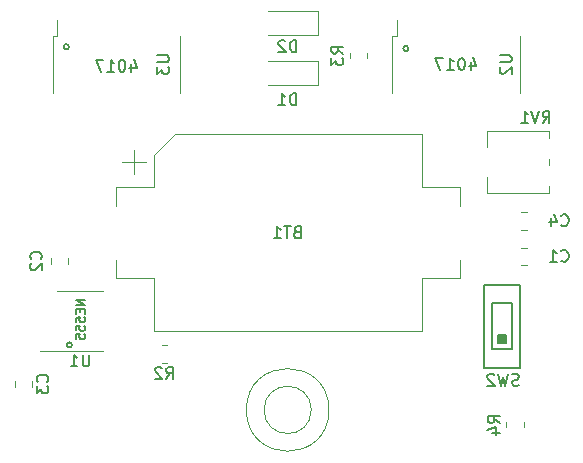
<source format=gbr>
%TF.GenerationSoftware,KiCad,Pcbnew,(6.0.10)*%
%TF.CreationDate,2023-01-16T11:38:01+01:00*%
%TF.ProjectId,Heart_NE555,48656172-745f-44e4-9535-35352e6b6963,rev?*%
%TF.SameCoordinates,Original*%
%TF.FileFunction,Legend,Bot*%
%TF.FilePolarity,Positive*%
%FSLAX46Y46*%
G04 Gerber Fmt 4.6, Leading zero omitted, Abs format (unit mm)*
G04 Created by KiCad (PCBNEW (6.0.10)) date 2023-01-16 11:38:01*
%MOMM*%
%LPD*%
G01*
G04 APERTURE LIST*
%ADD10C,0.200000*%
%ADD11C,0.150000*%
%ADD12C,0.120000*%
G04 APERTURE END LIST*
D10*
X106473607Y-70250000D02*
G75*
G03*
X106473607Y-70250000I-223607J0D01*
G01*
X135223607Y-70400000D02*
G75*
G03*
X135223607Y-70400000I-223607J0D01*
G01*
X106723000Y-95500000D02*
G75*
G03*
X106723000Y-95500000I-223000J0D01*
G01*
D11*
%TO.C,C3*%
X104653142Y-98639333D02*
X104700761Y-98591714D01*
X104748380Y-98448857D01*
X104748380Y-98353619D01*
X104700761Y-98210761D01*
X104605523Y-98115523D01*
X104510285Y-98067904D01*
X104319809Y-98020285D01*
X104176952Y-98020285D01*
X103986476Y-98067904D01*
X103891238Y-98115523D01*
X103796000Y-98210761D01*
X103748380Y-98353619D01*
X103748380Y-98448857D01*
X103796000Y-98591714D01*
X103843619Y-98639333D01*
X103748380Y-98972666D02*
X103748380Y-99591714D01*
X104129333Y-99258380D01*
X104129333Y-99401238D01*
X104176952Y-99496476D01*
X104224571Y-99544095D01*
X104319809Y-99591714D01*
X104557904Y-99591714D01*
X104653142Y-99544095D01*
X104700761Y-99496476D01*
X104748380Y-99401238D01*
X104748380Y-99115523D01*
X104700761Y-99020285D01*
X104653142Y-98972666D01*
%TO.C,D1*%
X125738095Y-75202380D02*
X125738095Y-74202380D01*
X125500000Y-74202380D01*
X125357142Y-74250000D01*
X125261904Y-74345238D01*
X125214285Y-74440476D01*
X125166666Y-74630952D01*
X125166666Y-74773809D01*
X125214285Y-74964285D01*
X125261904Y-75059523D01*
X125357142Y-75154761D01*
X125500000Y-75202380D01*
X125738095Y-75202380D01*
X124214285Y-75202380D02*
X124785714Y-75202380D01*
X124500000Y-75202380D02*
X124500000Y-74202380D01*
X124595238Y-74345238D01*
X124690476Y-74440476D01*
X124785714Y-74488095D01*
%TO.C,D2*%
X125738095Y-70702380D02*
X125738095Y-69702380D01*
X125500000Y-69702380D01*
X125357142Y-69750000D01*
X125261904Y-69845238D01*
X125214285Y-69940476D01*
X125166666Y-70130952D01*
X125166666Y-70273809D01*
X125214285Y-70464285D01*
X125261904Y-70559523D01*
X125357142Y-70654761D01*
X125500000Y-70702380D01*
X125738095Y-70702380D01*
X124785714Y-69797619D02*
X124738095Y-69750000D01*
X124642857Y-69702380D01*
X124404761Y-69702380D01*
X124309523Y-69750000D01*
X124261904Y-69797619D01*
X124214285Y-69892857D01*
X124214285Y-69988095D01*
X124261904Y-70130952D01*
X124833333Y-70702380D01*
X124214285Y-70702380D01*
%TO.C,R3*%
X129702380Y-70833333D02*
X129226190Y-70500000D01*
X129702380Y-70261904D02*
X128702380Y-70261904D01*
X128702380Y-70642857D01*
X128750000Y-70738095D01*
X128797619Y-70785714D01*
X128892857Y-70833333D01*
X129035714Y-70833333D01*
X129130952Y-70785714D01*
X129178571Y-70738095D01*
X129226190Y-70642857D01*
X129226190Y-70261904D01*
X128702380Y-71166666D02*
X128702380Y-71785714D01*
X129083333Y-71452380D01*
X129083333Y-71595238D01*
X129130952Y-71690476D01*
X129178571Y-71738095D01*
X129273809Y-71785714D01*
X129511904Y-71785714D01*
X129607142Y-71738095D01*
X129654761Y-71690476D01*
X129702380Y-71595238D01*
X129702380Y-71309523D01*
X129654761Y-71214285D01*
X129607142Y-71166666D01*
%TO.C,R4*%
X142952380Y-102083333D02*
X142476190Y-101750000D01*
X142952380Y-101511904D02*
X141952380Y-101511904D01*
X141952380Y-101892857D01*
X142000000Y-101988095D01*
X142047619Y-102035714D01*
X142142857Y-102083333D01*
X142285714Y-102083333D01*
X142380952Y-102035714D01*
X142428571Y-101988095D01*
X142476190Y-101892857D01*
X142476190Y-101511904D01*
X142285714Y-102940476D02*
X142952380Y-102940476D01*
X141904761Y-102702380D02*
X142619047Y-102464285D01*
X142619047Y-103083333D01*
%TO.C,U1*%
X108203904Y-96324380D02*
X108203904Y-97133904D01*
X108156285Y-97229142D01*
X108108666Y-97276761D01*
X108013428Y-97324380D01*
X107822952Y-97324380D01*
X107727714Y-97276761D01*
X107680095Y-97229142D01*
X107632476Y-97133904D01*
X107632476Y-96324380D01*
X106632476Y-97324380D02*
X107203904Y-97324380D01*
X106918190Y-97324380D02*
X106918190Y-96324380D01*
X107013428Y-96467238D01*
X107108666Y-96562476D01*
X107203904Y-96610095D01*
X107839285Y-91712000D02*
X107089285Y-91712000D01*
X107839285Y-92140571D01*
X107089285Y-92140571D01*
X107446428Y-92497714D02*
X107446428Y-92747714D01*
X107839285Y-92854857D02*
X107839285Y-92497714D01*
X107089285Y-92497714D01*
X107089285Y-92854857D01*
X107089285Y-93533428D02*
X107089285Y-93176285D01*
X107446428Y-93140571D01*
X107410714Y-93176285D01*
X107375000Y-93247714D01*
X107375000Y-93426285D01*
X107410714Y-93497714D01*
X107446428Y-93533428D01*
X107517857Y-93569142D01*
X107696428Y-93569142D01*
X107767857Y-93533428D01*
X107803571Y-93497714D01*
X107839285Y-93426285D01*
X107839285Y-93247714D01*
X107803571Y-93176285D01*
X107767857Y-93140571D01*
X107089285Y-94247714D02*
X107089285Y-93890571D01*
X107446428Y-93854857D01*
X107410714Y-93890571D01*
X107375000Y-93962000D01*
X107375000Y-94140571D01*
X107410714Y-94212000D01*
X107446428Y-94247714D01*
X107517857Y-94283428D01*
X107696428Y-94283428D01*
X107767857Y-94247714D01*
X107803571Y-94212000D01*
X107839285Y-94140571D01*
X107839285Y-93962000D01*
X107803571Y-93890571D01*
X107767857Y-93854857D01*
X107089285Y-94962000D02*
X107089285Y-94604857D01*
X107446428Y-94569142D01*
X107410714Y-94604857D01*
X107375000Y-94676285D01*
X107375000Y-94854857D01*
X107410714Y-94926285D01*
X107446428Y-94962000D01*
X107517857Y-94997714D01*
X107696428Y-94997714D01*
X107767857Y-94962000D01*
X107803571Y-94926285D01*
X107839285Y-94854857D01*
X107839285Y-94676285D01*
X107803571Y-94604857D01*
X107767857Y-94569142D01*
%TO.C,BT1*%
X125785714Y-85928571D02*
X125642857Y-85976190D01*
X125595238Y-86023809D01*
X125547619Y-86119047D01*
X125547619Y-86261904D01*
X125595238Y-86357142D01*
X125642857Y-86404761D01*
X125738095Y-86452380D01*
X126119047Y-86452380D01*
X126119047Y-85452380D01*
X125785714Y-85452380D01*
X125690476Y-85500000D01*
X125642857Y-85547619D01*
X125595238Y-85642857D01*
X125595238Y-85738095D01*
X125642857Y-85833333D01*
X125690476Y-85880952D01*
X125785714Y-85928571D01*
X126119047Y-85928571D01*
X125261904Y-85452380D02*
X124690476Y-85452380D01*
X124976190Y-86452380D02*
X124976190Y-85452380D01*
X123833333Y-86452380D02*
X124404761Y-86452380D01*
X124119047Y-86452380D02*
X124119047Y-85452380D01*
X124214285Y-85595238D01*
X124309523Y-85690476D01*
X124404761Y-85738095D01*
%TO.C,U2*%
X142952380Y-70988095D02*
X143761904Y-70988095D01*
X143857142Y-71035714D01*
X143904761Y-71083333D01*
X143952380Y-71178571D01*
X143952380Y-71369047D01*
X143904761Y-71464285D01*
X143857142Y-71511904D01*
X143761904Y-71559523D01*
X142952380Y-71559523D01*
X143047619Y-71988095D02*
X143000000Y-72035714D01*
X142952380Y-72130952D01*
X142952380Y-72369047D01*
X143000000Y-72464285D01*
X143047619Y-72511904D01*
X143142857Y-72559523D01*
X143238095Y-72559523D01*
X143380952Y-72511904D01*
X143952380Y-71940476D01*
X143952380Y-72559523D01*
X140488095Y-71535714D02*
X140488095Y-72202380D01*
X140726190Y-71154761D02*
X140964285Y-71869047D01*
X140345238Y-71869047D01*
X139773809Y-71202380D02*
X139678571Y-71202380D01*
X139583333Y-71250000D01*
X139535714Y-71297619D01*
X139488095Y-71392857D01*
X139440476Y-71583333D01*
X139440476Y-71821428D01*
X139488095Y-72011904D01*
X139535714Y-72107142D01*
X139583333Y-72154761D01*
X139678571Y-72202380D01*
X139773809Y-72202380D01*
X139869047Y-72154761D01*
X139916666Y-72107142D01*
X139964285Y-72011904D01*
X140011904Y-71821428D01*
X140011904Y-71583333D01*
X139964285Y-71392857D01*
X139916666Y-71297619D01*
X139869047Y-71250000D01*
X139773809Y-71202380D01*
X138488095Y-72202380D02*
X139059523Y-72202380D01*
X138773809Y-72202380D02*
X138773809Y-71202380D01*
X138869047Y-71345238D01*
X138964285Y-71440476D01*
X139059523Y-71488095D01*
X138154761Y-71202380D02*
X137488095Y-71202380D01*
X137916666Y-72202380D01*
%TO.C,U3*%
X113952380Y-70988095D02*
X114761904Y-70988095D01*
X114857142Y-71035714D01*
X114904761Y-71083333D01*
X114952380Y-71178571D01*
X114952380Y-71369047D01*
X114904761Y-71464285D01*
X114857142Y-71511904D01*
X114761904Y-71559523D01*
X113952380Y-71559523D01*
X113952380Y-71940476D02*
X113952380Y-72559523D01*
X114333333Y-72226190D01*
X114333333Y-72369047D01*
X114380952Y-72464285D01*
X114428571Y-72511904D01*
X114523809Y-72559523D01*
X114761904Y-72559523D01*
X114857142Y-72511904D01*
X114904761Y-72464285D01*
X114952380Y-72369047D01*
X114952380Y-72083333D01*
X114904761Y-71988095D01*
X114857142Y-71940476D01*
X111738095Y-71685714D02*
X111738095Y-72352380D01*
X111976190Y-71304761D02*
X112214285Y-72019047D01*
X111595238Y-72019047D01*
X111023809Y-71352380D02*
X110928571Y-71352380D01*
X110833333Y-71400000D01*
X110785714Y-71447619D01*
X110738095Y-71542857D01*
X110690476Y-71733333D01*
X110690476Y-71971428D01*
X110738095Y-72161904D01*
X110785714Y-72257142D01*
X110833333Y-72304761D01*
X110928571Y-72352380D01*
X111023809Y-72352380D01*
X111119047Y-72304761D01*
X111166666Y-72257142D01*
X111214285Y-72161904D01*
X111261904Y-71971428D01*
X111261904Y-71733333D01*
X111214285Y-71542857D01*
X111166666Y-71447619D01*
X111119047Y-71400000D01*
X111023809Y-71352380D01*
X109738095Y-72352380D02*
X110309523Y-72352380D01*
X110023809Y-72352380D02*
X110023809Y-71352380D01*
X110119047Y-71495238D01*
X110214285Y-71590476D01*
X110309523Y-71638095D01*
X109404761Y-71352380D02*
X108738095Y-71352380D01*
X109166666Y-72352380D01*
%TO.C,R2*%
X114720666Y-98368380D02*
X115054000Y-97892190D01*
X115292095Y-98368380D02*
X115292095Y-97368380D01*
X114911142Y-97368380D01*
X114815904Y-97416000D01*
X114768285Y-97463619D01*
X114720666Y-97558857D01*
X114720666Y-97701714D01*
X114768285Y-97796952D01*
X114815904Y-97844571D01*
X114911142Y-97892190D01*
X115292095Y-97892190D01*
X114339714Y-97463619D02*
X114292095Y-97416000D01*
X114196857Y-97368380D01*
X113958761Y-97368380D01*
X113863523Y-97416000D01*
X113815904Y-97463619D01*
X113768285Y-97558857D01*
X113768285Y-97654095D01*
X113815904Y-97796952D01*
X114387333Y-98368380D01*
X113768285Y-98368380D01*
%TO.C,C2*%
X104107142Y-88220833D02*
X104154761Y-88173214D01*
X104202380Y-88030357D01*
X104202380Y-87935119D01*
X104154761Y-87792261D01*
X104059523Y-87697023D01*
X103964285Y-87649404D01*
X103773809Y-87601785D01*
X103630952Y-87601785D01*
X103440476Y-87649404D01*
X103345238Y-87697023D01*
X103250000Y-87792261D01*
X103202380Y-87935119D01*
X103202380Y-88030357D01*
X103250000Y-88173214D01*
X103297619Y-88220833D01*
X103297619Y-88601785D02*
X103250000Y-88649404D01*
X103202380Y-88744642D01*
X103202380Y-88982738D01*
X103250000Y-89077976D01*
X103297619Y-89125595D01*
X103392857Y-89173214D01*
X103488095Y-89173214D01*
X103630952Y-89125595D01*
X104202380Y-88554166D01*
X104202380Y-89173214D01*
%TO.C,RV1*%
X146595238Y-76702380D02*
X146928571Y-76226190D01*
X147166666Y-76702380D02*
X147166666Y-75702380D01*
X146785714Y-75702380D01*
X146690476Y-75750000D01*
X146642857Y-75797619D01*
X146595238Y-75892857D01*
X146595238Y-76035714D01*
X146642857Y-76130952D01*
X146690476Y-76178571D01*
X146785714Y-76226190D01*
X147166666Y-76226190D01*
X146309523Y-75702380D02*
X145976190Y-76702380D01*
X145642857Y-75702380D01*
X144785714Y-76702380D02*
X145357142Y-76702380D01*
X145071428Y-76702380D02*
X145071428Y-75702380D01*
X145166666Y-75845238D01*
X145261904Y-75940476D01*
X145357142Y-75988095D01*
%TO.C,SW2*%
X144583333Y-98904761D02*
X144440476Y-98952380D01*
X144202380Y-98952380D01*
X144107142Y-98904761D01*
X144059523Y-98857142D01*
X144011904Y-98761904D01*
X144011904Y-98666666D01*
X144059523Y-98571428D01*
X144107142Y-98523809D01*
X144202380Y-98476190D01*
X144392857Y-98428571D01*
X144488095Y-98380952D01*
X144535714Y-98333333D01*
X144583333Y-98238095D01*
X144583333Y-98142857D01*
X144535714Y-98047619D01*
X144488095Y-98000000D01*
X144392857Y-97952380D01*
X144154761Y-97952380D01*
X144011904Y-98000000D01*
X143678571Y-97952380D02*
X143440476Y-98952380D01*
X143250000Y-98238095D01*
X143059523Y-98952380D01*
X142821428Y-97952380D01*
X142488095Y-98047619D02*
X142440476Y-98000000D01*
X142345238Y-97952380D01*
X142107142Y-97952380D01*
X142011904Y-98000000D01*
X141964285Y-98047619D01*
X141916666Y-98142857D01*
X141916666Y-98238095D01*
X141964285Y-98380952D01*
X142535714Y-98952380D01*
X141916666Y-98952380D01*
%TO.C,C1*%
X148166666Y-88357142D02*
X148214285Y-88404761D01*
X148357142Y-88452380D01*
X148452380Y-88452380D01*
X148595238Y-88404761D01*
X148690476Y-88309523D01*
X148738095Y-88214285D01*
X148785714Y-88023809D01*
X148785714Y-87880952D01*
X148738095Y-87690476D01*
X148690476Y-87595238D01*
X148595238Y-87500000D01*
X148452380Y-87452380D01*
X148357142Y-87452380D01*
X148214285Y-87500000D01*
X148166666Y-87547619D01*
X147214285Y-88452380D02*
X147785714Y-88452380D01*
X147500000Y-88452380D02*
X147500000Y-87452380D01*
X147595238Y-87595238D01*
X147690476Y-87690476D01*
X147785714Y-87738095D01*
%TO.C,C4*%
X148166666Y-85357142D02*
X148214285Y-85404761D01*
X148357142Y-85452380D01*
X148452380Y-85452380D01*
X148595238Y-85404761D01*
X148690476Y-85309523D01*
X148738095Y-85214285D01*
X148785714Y-85023809D01*
X148785714Y-84880952D01*
X148738095Y-84690476D01*
X148690476Y-84595238D01*
X148595238Y-84500000D01*
X148452380Y-84452380D01*
X148357142Y-84452380D01*
X148214285Y-84500000D01*
X148166666Y-84547619D01*
X147309523Y-84785714D02*
X147309523Y-85452380D01*
X147547619Y-84404761D02*
X147785714Y-85119047D01*
X147166666Y-85119047D01*
D12*
%TO.C,C3*%
X103351000Y-99067252D02*
X103351000Y-98544748D01*
X101881000Y-99067252D02*
X101881000Y-98544748D01*
%TO.C,D1*%
X127540000Y-71500000D02*
X123350000Y-71500000D01*
X127540000Y-71500000D02*
X127540000Y-73500000D01*
X127540000Y-73500000D02*
X123350000Y-73500000D01*
%TO.C,D2*%
X127540000Y-67250000D02*
X123350000Y-67250000D01*
X127540000Y-69250000D02*
X123350000Y-69250000D01*
X127540000Y-67250000D02*
X127540000Y-69250000D01*
%TO.C,R3*%
X130265000Y-71227064D02*
X130265000Y-70772936D01*
X131735000Y-71227064D02*
X131735000Y-70772936D01*
%TO.C,R4*%
X143515000Y-102477064D02*
X143515000Y-102022936D01*
X144985000Y-102477064D02*
X144985000Y-102022936D01*
%TO.C,U1*%
X107442000Y-96032000D02*
X109392000Y-96032000D01*
X107442000Y-96032000D02*
X103992000Y-96032000D01*
X107442000Y-90912000D02*
X105492000Y-90912000D01*
X107442000Y-90912000D02*
X109392000Y-90912000D01*
%TO.C,BT1*%
X136350000Y-77650000D02*
X136350000Y-82150000D01*
X136350000Y-94350000D02*
X136350000Y-89850000D01*
X112000000Y-81000000D02*
X112000000Y-79000000D01*
X136350000Y-77650000D02*
X115450000Y-77650000D01*
X113650000Y-79450000D02*
X113650000Y-82150000D01*
X113000000Y-80000000D02*
X111000000Y-80000000D01*
X113650000Y-94350000D02*
X136350000Y-94350000D01*
X113650000Y-94350000D02*
X113650000Y-89850000D01*
X136350000Y-89850000D02*
X139550000Y-89850000D01*
X113650000Y-82150000D02*
X110450000Y-82150000D01*
X110450000Y-89850000D02*
X110450000Y-88300000D01*
X113650000Y-89850000D02*
X110450000Y-89850000D01*
X139550000Y-89850000D02*
X139550000Y-88300000D01*
X139550000Y-82150000D02*
X139550000Y-83700000D01*
X115450000Y-77650000D02*
X113650000Y-79450000D01*
X110450000Y-82150000D02*
X110450000Y-83700000D01*
X136350000Y-82150000D02*
X139550000Y-82150000D01*
%TO.C,SW1*%
X128500000Y-101000000D02*
G75*
G03*
X128500000Y-101000000I-3500000J0D01*
G01*
X127000000Y-101000000D02*
G75*
G03*
X127000000Y-101000000I-2000000J0D01*
G01*
%TO.C,U2*%
X144650000Y-69350000D02*
X144650000Y-74150000D01*
X134250000Y-69350000D02*
X134250000Y-67950000D01*
X133850000Y-69350000D02*
X134250000Y-69350000D01*
X133850000Y-69350000D02*
X133850000Y-74150000D01*
%TO.C,U3*%
X105100000Y-69350000D02*
X105100000Y-74150000D01*
X105500000Y-69350000D02*
X105500000Y-67950000D01*
X105100000Y-69350000D02*
X105500000Y-69350000D01*
X115900000Y-69350000D02*
X115900000Y-74150000D01*
%TO.C,R2*%
X114326936Y-97001000D02*
X114781064Y-97001000D01*
X114326936Y-95531000D02*
X114781064Y-95531000D01*
%TO.C,C2*%
X104940000Y-88648752D02*
X104940000Y-88126248D01*
X106410000Y-88648752D02*
X106410000Y-88126248D01*
%TO.C,RV1*%
X141880000Y-82620000D02*
X147120000Y-82620000D01*
X141880000Y-78760000D02*
X141880000Y-77380000D01*
X141880000Y-82620000D02*
X141880000Y-81240000D01*
X147120000Y-77960000D02*
X147120000Y-77380000D01*
X147120000Y-80260000D02*
X147120000Y-79740000D01*
X147120000Y-82620000D02*
X147120000Y-82039000D01*
X141880000Y-77380000D02*
X147120000Y-77380000D01*
D11*
%TO.C,SW2*%
X142300000Y-95850000D02*
X142300000Y-91950000D01*
X142300000Y-91950000D02*
X144000000Y-91950000D01*
X144000000Y-95850000D02*
X142300000Y-95850000D01*
X142800000Y-94650000D02*
X143500000Y-94650000D01*
X143500000Y-94650000D02*
X143500000Y-95350000D01*
X144000000Y-91950000D02*
X144000000Y-95850000D01*
X144700000Y-90450000D02*
X141600000Y-90450000D01*
X142800000Y-95350000D02*
X142800000Y-94650000D01*
X144700000Y-97450000D02*
X144700000Y-90450000D01*
X141600000Y-90450000D02*
X141600000Y-97450000D01*
X143500000Y-95350000D02*
X142800000Y-95350000D01*
X141600000Y-97450000D02*
X144700000Y-97450000D01*
G36*
X143500000Y-95350000D02*
G01*
X142800000Y-95350000D01*
X142800000Y-94650000D01*
X143500000Y-94650000D01*
X143500000Y-95350000D01*
G37*
X143500000Y-95350000D02*
X142800000Y-95350000D01*
X142800000Y-94650000D01*
X143500000Y-94650000D01*
X143500000Y-95350000D01*
D12*
%TO.C,C1*%
X144738748Y-88735000D02*
X145261252Y-88735000D01*
X144738748Y-87265000D02*
X145261252Y-87265000D01*
%TO.C,C4*%
X144738748Y-85735000D02*
X145261252Y-85735000D01*
X144738748Y-84265000D02*
X145261252Y-84265000D01*
%TD*%
M02*

</source>
